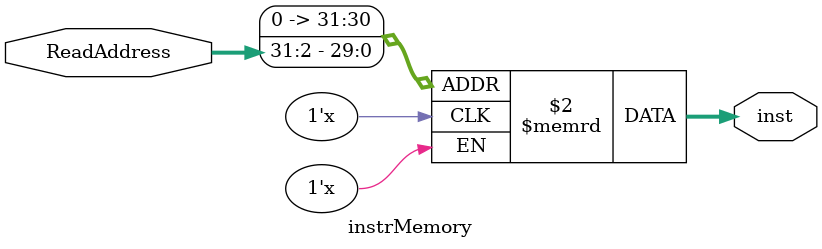
<source format=v>
`timescale 1ns / 1ps


module instrMemory(
    input [31:0] ReadAddress,
    output reg [31:0] inst
    );
    reg [31:0] InstFile[31:0];
    always @ (ReadAddress)
    begin
        inst=InstFile[ReadAddress>>2];
    end
endmodule

</source>
